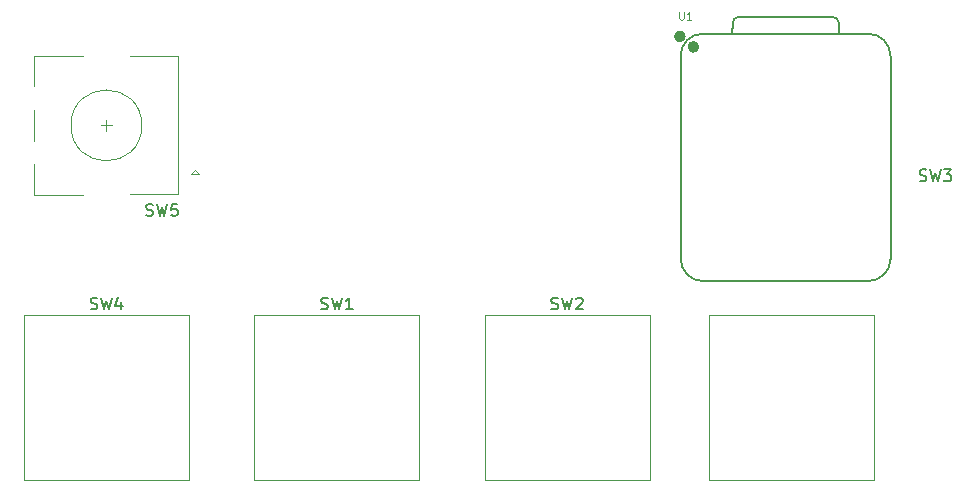
<source format=gbr>
%TF.GenerationSoftware,KiCad,Pcbnew,9.0.2*%
%TF.CreationDate,2025-06-29T15:05:13-04:00*%
%TF.ProjectId,Kicadproject1,4b696361-6470-4726-9f6a-656374312e6b,rev?*%
%TF.SameCoordinates,Original*%
%TF.FileFunction,Legend,Top*%
%TF.FilePolarity,Positive*%
%FSLAX46Y46*%
G04 Gerber Fmt 4.6, Leading zero omitted, Abs format (unit mm)*
G04 Created by KiCad (PCBNEW 9.0.2) date 2025-06-29 15:05:13*
%MOMM*%
%LPD*%
G01*
G04 APERTURE LIST*
%ADD10C,0.150000*%
%ADD11C,0.101600*%
%ADD12C,0.120000*%
%ADD13C,0.127000*%
%ADD14C,0.100000*%
%ADD15C,0.504000*%
G04 APERTURE END LIST*
D10*
X66866667Y-74607200D02*
X67009524Y-74654819D01*
X67009524Y-74654819D02*
X67247619Y-74654819D01*
X67247619Y-74654819D02*
X67342857Y-74607200D01*
X67342857Y-74607200D02*
X67390476Y-74559580D01*
X67390476Y-74559580D02*
X67438095Y-74464342D01*
X67438095Y-74464342D02*
X67438095Y-74369104D01*
X67438095Y-74369104D02*
X67390476Y-74273866D01*
X67390476Y-74273866D02*
X67342857Y-74226247D01*
X67342857Y-74226247D02*
X67247619Y-74178628D01*
X67247619Y-74178628D02*
X67057143Y-74131009D01*
X67057143Y-74131009D02*
X66961905Y-74083390D01*
X66961905Y-74083390D02*
X66914286Y-74035771D01*
X66914286Y-74035771D02*
X66866667Y-73940533D01*
X66866667Y-73940533D02*
X66866667Y-73845295D01*
X66866667Y-73845295D02*
X66914286Y-73750057D01*
X66914286Y-73750057D02*
X66961905Y-73702438D01*
X66961905Y-73702438D02*
X67057143Y-73654819D01*
X67057143Y-73654819D02*
X67295238Y-73654819D01*
X67295238Y-73654819D02*
X67438095Y-73702438D01*
X67771429Y-73654819D02*
X68009524Y-74654819D01*
X68009524Y-74654819D02*
X68200000Y-73940533D01*
X68200000Y-73940533D02*
X68390476Y-74654819D01*
X68390476Y-74654819D02*
X68628572Y-73654819D01*
X69485714Y-73654819D02*
X69009524Y-73654819D01*
X69009524Y-73654819D02*
X68961905Y-74131009D01*
X68961905Y-74131009D02*
X69009524Y-74083390D01*
X69009524Y-74083390D02*
X69104762Y-74035771D01*
X69104762Y-74035771D02*
X69342857Y-74035771D01*
X69342857Y-74035771D02*
X69438095Y-74083390D01*
X69438095Y-74083390D02*
X69485714Y-74131009D01*
X69485714Y-74131009D02*
X69533333Y-74226247D01*
X69533333Y-74226247D02*
X69533333Y-74464342D01*
X69533333Y-74464342D02*
X69485714Y-74559580D01*
X69485714Y-74559580D02*
X69438095Y-74607200D01*
X69438095Y-74607200D02*
X69342857Y-74654819D01*
X69342857Y-74654819D02*
X69104762Y-74654819D01*
X69104762Y-74654819D02*
X69009524Y-74607200D01*
X69009524Y-74607200D02*
X68961905Y-74559580D01*
X101166667Y-82533200D02*
X101309524Y-82580819D01*
X101309524Y-82580819D02*
X101547619Y-82580819D01*
X101547619Y-82580819D02*
X101642857Y-82533200D01*
X101642857Y-82533200D02*
X101690476Y-82485580D01*
X101690476Y-82485580D02*
X101738095Y-82390342D01*
X101738095Y-82390342D02*
X101738095Y-82295104D01*
X101738095Y-82295104D02*
X101690476Y-82199866D01*
X101690476Y-82199866D02*
X101642857Y-82152247D01*
X101642857Y-82152247D02*
X101547619Y-82104628D01*
X101547619Y-82104628D02*
X101357143Y-82057009D01*
X101357143Y-82057009D02*
X101261905Y-82009390D01*
X101261905Y-82009390D02*
X101214286Y-81961771D01*
X101214286Y-81961771D02*
X101166667Y-81866533D01*
X101166667Y-81866533D02*
X101166667Y-81771295D01*
X101166667Y-81771295D02*
X101214286Y-81676057D01*
X101214286Y-81676057D02*
X101261905Y-81628438D01*
X101261905Y-81628438D02*
X101357143Y-81580819D01*
X101357143Y-81580819D02*
X101595238Y-81580819D01*
X101595238Y-81580819D02*
X101738095Y-81628438D01*
X102071429Y-81580819D02*
X102309524Y-82580819D01*
X102309524Y-82580819D02*
X102500000Y-81866533D01*
X102500000Y-81866533D02*
X102690476Y-82580819D01*
X102690476Y-82580819D02*
X102928572Y-81580819D01*
X103261905Y-81676057D02*
X103309524Y-81628438D01*
X103309524Y-81628438D02*
X103404762Y-81580819D01*
X103404762Y-81580819D02*
X103642857Y-81580819D01*
X103642857Y-81580819D02*
X103738095Y-81628438D01*
X103738095Y-81628438D02*
X103785714Y-81676057D01*
X103785714Y-81676057D02*
X103833333Y-81771295D01*
X103833333Y-81771295D02*
X103833333Y-81866533D01*
X103833333Y-81866533D02*
X103785714Y-82009390D01*
X103785714Y-82009390D02*
X103214286Y-82580819D01*
X103214286Y-82580819D02*
X103833333Y-82580819D01*
X62166667Y-82533200D02*
X62309524Y-82580819D01*
X62309524Y-82580819D02*
X62547619Y-82580819D01*
X62547619Y-82580819D02*
X62642857Y-82533200D01*
X62642857Y-82533200D02*
X62690476Y-82485580D01*
X62690476Y-82485580D02*
X62738095Y-82390342D01*
X62738095Y-82390342D02*
X62738095Y-82295104D01*
X62738095Y-82295104D02*
X62690476Y-82199866D01*
X62690476Y-82199866D02*
X62642857Y-82152247D01*
X62642857Y-82152247D02*
X62547619Y-82104628D01*
X62547619Y-82104628D02*
X62357143Y-82057009D01*
X62357143Y-82057009D02*
X62261905Y-82009390D01*
X62261905Y-82009390D02*
X62214286Y-81961771D01*
X62214286Y-81961771D02*
X62166667Y-81866533D01*
X62166667Y-81866533D02*
X62166667Y-81771295D01*
X62166667Y-81771295D02*
X62214286Y-81676057D01*
X62214286Y-81676057D02*
X62261905Y-81628438D01*
X62261905Y-81628438D02*
X62357143Y-81580819D01*
X62357143Y-81580819D02*
X62595238Y-81580819D01*
X62595238Y-81580819D02*
X62738095Y-81628438D01*
X63071429Y-81580819D02*
X63309524Y-82580819D01*
X63309524Y-82580819D02*
X63500000Y-81866533D01*
X63500000Y-81866533D02*
X63690476Y-82580819D01*
X63690476Y-82580819D02*
X63928572Y-81580819D01*
X64738095Y-81914152D02*
X64738095Y-82580819D01*
X64500000Y-81533200D02*
X64261905Y-82247485D01*
X64261905Y-82247485D02*
X64880952Y-82247485D01*
D11*
X112016190Y-57421979D02*
X112016190Y-57936026D01*
X112016190Y-57936026D02*
X112046428Y-57996502D01*
X112046428Y-57996502D02*
X112076666Y-58026741D01*
X112076666Y-58026741D02*
X112137142Y-58056979D01*
X112137142Y-58056979D02*
X112258095Y-58056979D01*
X112258095Y-58056979D02*
X112318571Y-58026741D01*
X112318571Y-58026741D02*
X112348809Y-57996502D01*
X112348809Y-57996502D02*
X112379047Y-57936026D01*
X112379047Y-57936026D02*
X112379047Y-57421979D01*
X113014047Y-58056979D02*
X112651190Y-58056979D01*
X112832618Y-58056979D02*
X112832618Y-57421979D01*
X112832618Y-57421979D02*
X112772142Y-57512693D01*
X112772142Y-57512693D02*
X112711666Y-57573169D01*
X112711666Y-57573169D02*
X112651190Y-57603407D01*
D10*
X132358667Y-71684700D02*
X132501524Y-71732319D01*
X132501524Y-71732319D02*
X132739619Y-71732319D01*
X132739619Y-71732319D02*
X132834857Y-71684700D01*
X132834857Y-71684700D02*
X132882476Y-71637080D01*
X132882476Y-71637080D02*
X132930095Y-71541842D01*
X132930095Y-71541842D02*
X132930095Y-71446604D01*
X132930095Y-71446604D02*
X132882476Y-71351366D01*
X132882476Y-71351366D02*
X132834857Y-71303747D01*
X132834857Y-71303747D02*
X132739619Y-71256128D01*
X132739619Y-71256128D02*
X132549143Y-71208509D01*
X132549143Y-71208509D02*
X132453905Y-71160890D01*
X132453905Y-71160890D02*
X132406286Y-71113271D01*
X132406286Y-71113271D02*
X132358667Y-71018033D01*
X132358667Y-71018033D02*
X132358667Y-70922795D01*
X132358667Y-70922795D02*
X132406286Y-70827557D01*
X132406286Y-70827557D02*
X132453905Y-70779938D01*
X132453905Y-70779938D02*
X132549143Y-70732319D01*
X132549143Y-70732319D02*
X132787238Y-70732319D01*
X132787238Y-70732319D02*
X132930095Y-70779938D01*
X133263429Y-70732319D02*
X133501524Y-71732319D01*
X133501524Y-71732319D02*
X133692000Y-71018033D01*
X133692000Y-71018033D02*
X133882476Y-71732319D01*
X133882476Y-71732319D02*
X134120572Y-70732319D01*
X134406286Y-70732319D02*
X135025333Y-70732319D01*
X135025333Y-70732319D02*
X134692000Y-71113271D01*
X134692000Y-71113271D02*
X134834857Y-71113271D01*
X134834857Y-71113271D02*
X134930095Y-71160890D01*
X134930095Y-71160890D02*
X134977714Y-71208509D01*
X134977714Y-71208509D02*
X135025333Y-71303747D01*
X135025333Y-71303747D02*
X135025333Y-71541842D01*
X135025333Y-71541842D02*
X134977714Y-71637080D01*
X134977714Y-71637080D02*
X134930095Y-71684700D01*
X134930095Y-71684700D02*
X134834857Y-71732319D01*
X134834857Y-71732319D02*
X134549143Y-71732319D01*
X134549143Y-71732319D02*
X134453905Y-71684700D01*
X134453905Y-71684700D02*
X134406286Y-71637080D01*
X81666667Y-82533200D02*
X81809524Y-82580819D01*
X81809524Y-82580819D02*
X82047619Y-82580819D01*
X82047619Y-82580819D02*
X82142857Y-82533200D01*
X82142857Y-82533200D02*
X82190476Y-82485580D01*
X82190476Y-82485580D02*
X82238095Y-82390342D01*
X82238095Y-82390342D02*
X82238095Y-82295104D01*
X82238095Y-82295104D02*
X82190476Y-82199866D01*
X82190476Y-82199866D02*
X82142857Y-82152247D01*
X82142857Y-82152247D02*
X82047619Y-82104628D01*
X82047619Y-82104628D02*
X81857143Y-82057009D01*
X81857143Y-82057009D02*
X81761905Y-82009390D01*
X81761905Y-82009390D02*
X81714286Y-81961771D01*
X81714286Y-81961771D02*
X81666667Y-81866533D01*
X81666667Y-81866533D02*
X81666667Y-81771295D01*
X81666667Y-81771295D02*
X81714286Y-81676057D01*
X81714286Y-81676057D02*
X81761905Y-81628438D01*
X81761905Y-81628438D02*
X81857143Y-81580819D01*
X81857143Y-81580819D02*
X82095238Y-81580819D01*
X82095238Y-81580819D02*
X82238095Y-81628438D01*
X82571429Y-81580819D02*
X82809524Y-82580819D01*
X82809524Y-82580819D02*
X83000000Y-81866533D01*
X83000000Y-81866533D02*
X83190476Y-82580819D01*
X83190476Y-82580819D02*
X83428572Y-81580819D01*
X84333333Y-82580819D02*
X83761905Y-82580819D01*
X84047619Y-82580819D02*
X84047619Y-81580819D01*
X84047619Y-81580819D02*
X83952381Y-81723676D01*
X83952381Y-81723676D02*
X83857143Y-81818914D01*
X83857143Y-81818914D02*
X83761905Y-81866533D01*
D12*
%TO.C,SW5*%
X71300000Y-71100000D02*
X70700000Y-71100000D01*
X71000000Y-70800000D02*
X71300000Y-71100000D01*
X70700000Y-71100000D02*
X71000000Y-70800000D01*
X69600000Y-72800000D02*
X69600000Y-61100000D01*
X65500000Y-72800000D02*
X69600000Y-72800000D01*
X65500000Y-61100000D02*
X69600000Y-61100000D01*
X64000000Y-67000000D02*
X63000000Y-67000000D01*
X63500000Y-67500000D02*
X63500000Y-66500000D01*
X61500000Y-72900000D02*
X57400000Y-72900000D01*
X57400000Y-72900000D02*
X57400000Y-70300000D01*
X57400000Y-68300000D02*
X57400000Y-65700000D01*
X57400000Y-63700000D02*
X57400000Y-61100000D01*
X57400000Y-61100000D02*
X61500000Y-61100000D01*
X66500000Y-67000000D02*
G75*
G02*
X60500000Y-67000000I-3000000J0D01*
G01*
X60500000Y-67000000D02*
G75*
G02*
X66500000Y-67000000I3000000J0D01*
G01*
%TO.C,SW2*%
X95515000Y-83015000D02*
X109485000Y-83015000D01*
X95515000Y-96985000D02*
X95515000Y-83015000D01*
X109485000Y-83015000D02*
X109485000Y-96985000D01*
X109485000Y-96985000D02*
X95515000Y-96985000D01*
%TO.C,SW4*%
X56515000Y-83015000D02*
X70485000Y-83015000D01*
X56515000Y-96985000D02*
X56515000Y-83015000D01*
X70485000Y-83015000D02*
X70485000Y-96985000D01*
X70485000Y-96985000D02*
X56515000Y-96985000D01*
D13*
%TO.C,U1*%
X112110000Y-78277500D02*
X112110000Y-61132500D01*
X114015000Y-80182500D02*
X127985000Y-80182500D01*
X116505000Y-59227500D02*
X116508728Y-58317228D01*
X117008728Y-57817500D02*
X125004000Y-57817500D01*
X125504000Y-58317500D02*
X125504000Y-59227500D01*
D14*
X127985000Y-59227500D02*
X114015000Y-59227500D01*
D13*
X127985000Y-59227500D02*
X114015000Y-59227500D01*
X129890000Y-78277500D02*
X129890000Y-61132500D01*
X112110000Y-61132500D02*
G75*
G02*
X114015000Y-59227500I1905001J-1D01*
G01*
X114015000Y-80182500D02*
G75*
G02*
X112110000Y-78277500I1J1905001D01*
G01*
X116508728Y-58317228D02*
G75*
G02*
X117008728Y-57817501I500018J-291D01*
G01*
X125004000Y-57817500D02*
G75*
G02*
X125504000Y-58317500I0J-500000D01*
G01*
X127985000Y-59227500D02*
G75*
G02*
X129890000Y-61132500I0J-1905000D01*
G01*
X129890000Y-78277500D02*
G75*
G02*
X127985000Y-80182500I-1905000J0D01*
G01*
D15*
X112302000Y-59468500D02*
G75*
G02*
X111798000Y-59468500I-252000J0D01*
G01*
X111798000Y-59468500D02*
G75*
G02*
X112302000Y-59468500I252000J0D01*
G01*
X113445000Y-60348500D02*
G75*
G02*
X112941000Y-60348500I-252000J0D01*
G01*
X112941000Y-60348500D02*
G75*
G02*
X113445000Y-60348500I252000J0D01*
G01*
D12*
%TO.C,SW3*%
X114515000Y-83015000D02*
X128485000Y-83015000D01*
X114515000Y-96985000D02*
X114515000Y-83015000D01*
X128485000Y-83015000D02*
X128485000Y-96985000D01*
X128485000Y-96985000D02*
X114515000Y-96985000D01*
%TO.C,SW1*%
X76015000Y-83015000D02*
X89985000Y-83015000D01*
X76015000Y-96985000D02*
X76015000Y-83015000D01*
X89985000Y-83015000D02*
X89985000Y-96985000D01*
X89985000Y-96985000D02*
X76015000Y-96985000D01*
%TD*%
M02*

</source>
